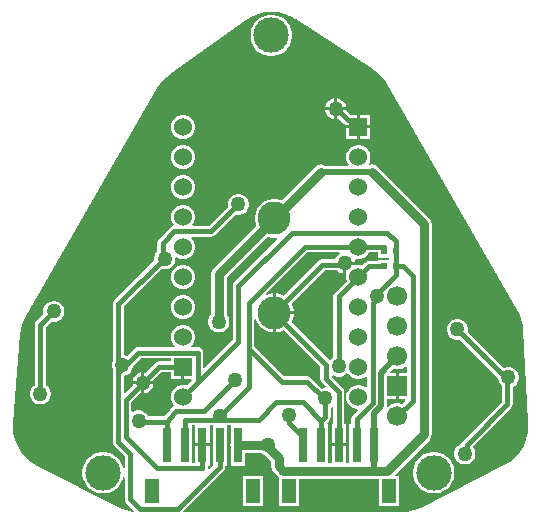
<source format=gtl>
G04*
G04 #@! TF.GenerationSoftware,Altium Limited,Altium Designer,21.6.4 (81)*
G04*
G04 Layer_Physical_Order=1*
G04 Layer_Color=255*
%FSLAX44Y44*%
%MOMM*%
G71*
G04*
G04 #@! TF.SameCoordinates,0AF61676-ECA7-40E5-9188-409EB156610F*
G04*
G04*
G04 #@! TF.FilePolarity,Positive*
G04*
G01*
G75*
%ADD11C,0.5080*%
%ADD14C,0.2540*%
%ADD15R,0.5000X0.6000*%
%ADD17R,0.7112X2.9972*%
%ADD24C,1.2700*%
%ADD25R,1.1938X2.0066*%
%ADD26C,0.7620*%
%ADD27C,0.4064*%
%ADD28C,1.5240*%
%ADD29R,1.5240X1.5240*%
%ADD30C,2.8000*%
%ADD31C,1.7000*%
%ADD32R,1.7000X1.7000*%
%ADD33C,3.0000*%
G36*
X808553Y1539691D02*
X814257Y1538322D01*
X819677Y1536077D01*
X823031Y1534021D01*
X823031Y1534021D01*
X823031Y1534021D01*
X823117Y1534040D01*
X888540Y1491493D01*
X888540Y1491492D01*
X888506Y1491440D01*
X890154Y1490430D01*
X894615Y1486620D01*
X898425Y1482160D01*
X900467Y1478827D01*
X900522Y1478858D01*
X1010901Y1287676D01*
X1010878Y1287590D01*
X1010878Y1287590D01*
X1011900Y1285921D01*
X1014145Y1280501D01*
X1015515Y1274797D01*
X1015820Y1270924D01*
X1015883Y1270927D01*
X1020024Y1192910D01*
X1020027Y1191638D01*
X1020027D01*
X1020182Y1189663D01*
X1019722Y1183815D01*
X1018353Y1178110D01*
X1016108Y1172691D01*
X1013043Y1167689D01*
X1009233Y1163228D01*
X1004772Y1159418D01*
X999876Y1156418D01*
X999730Y1156377D01*
X928963Y1120377D01*
X928856Y1120293D01*
X923583Y1118109D01*
X917879Y1116739D01*
X912173Y1116290D01*
X912031Y1116319D01*
X728467D01*
X727941Y1117589D01*
X762009Y1151656D01*
X763019Y1153169D01*
X763374Y1154953D01*
Y1155954D01*
X765316D01*
Y1190154D01*
X768124D01*
Y1175382D01*
X767746Y1173480D01*
X768124Y1171578D01*
Y1155954D01*
X780316D01*
Y1167006D01*
X794002D01*
X794641Y1166366D01*
X796669Y1165196D01*
X797348Y1165014D01*
X802268Y1160094D01*
Y1155440D01*
X802761Y1152962D01*
X804164Y1150862D01*
X808222Y1146804D01*
X808781Y1146430D01*
Y1121887D01*
X825799D01*
Y1144908D01*
X893781D01*
Y1121887D01*
X910799D01*
Y1147033D01*
X907405D01*
X906918Y1148206D01*
X936758Y1178046D01*
X938162Y1180146D01*
X938654Y1182624D01*
Y1360424D01*
X938162Y1362902D01*
X936758Y1365002D01*
X892562Y1409198D01*
X890462Y1410602D01*
X887984Y1411094D01*
X885634Y1410627D01*
X885265Y1410921D01*
X884738Y1411616D01*
X885768Y1413398D01*
X886460Y1415982D01*
Y1418658D01*
X885768Y1421242D01*
X884430Y1423558D01*
X882538Y1425450D01*
X880222Y1426788D01*
X877638Y1427480D01*
X874962D01*
X872378Y1426788D01*
X870062Y1425450D01*
X868170Y1423558D01*
X866832Y1421242D01*
X866140Y1418658D01*
Y1415982D01*
X866832Y1413398D01*
X868170Y1411082D01*
X868279Y1410973D01*
X867793Y1409799D01*
X848228D01*
X847028Y1410602D01*
X844550Y1411094D01*
X842072Y1410602D01*
X839972Y1409198D01*
X811365Y1380591D01*
X810005Y1381154D01*
X806809Y1381790D01*
X803551D01*
X800355Y1381154D01*
X797345Y1379908D01*
X794636Y1378097D01*
X792333Y1375794D01*
X790522Y1373085D01*
X789276Y1370075D01*
X788640Y1366879D01*
Y1363621D01*
X789276Y1360425D01*
X789839Y1359065D01*
X753612Y1322838D01*
X752208Y1320738D01*
X751716Y1318260D01*
Y1283718D01*
X751076Y1283079D01*
X749906Y1281051D01*
X749300Y1278790D01*
Y1276450D01*
X749906Y1274189D01*
X751076Y1272161D01*
X752731Y1270506D01*
X754759Y1269336D01*
X757020Y1268730D01*
X759360D01*
X761621Y1269336D01*
X763649Y1270506D01*
X765304Y1272161D01*
X766474Y1274189D01*
X767080Y1276450D01*
Y1278790D01*
X766474Y1281051D01*
X765304Y1283079D01*
X764664Y1283718D01*
Y1315578D01*
X798995Y1349909D01*
X800355Y1349346D01*
X803551Y1348710D01*
X806809D01*
X807046Y1348757D01*
X807645Y1347637D01*
X771150Y1311142D01*
X770139Y1309630D01*
X769784Y1307846D01*
Y1262697D01*
X745991Y1238903D01*
X744818Y1239389D01*
Y1251712D01*
X744463Y1253496D01*
X743452Y1255008D01*
X741940Y1256019D01*
X740156Y1256374D01*
X735418D01*
X734892Y1257644D01*
X735930Y1258682D01*
X737268Y1260998D01*
X737960Y1263582D01*
Y1266258D01*
X737268Y1268842D01*
X735930Y1271158D01*
X734038Y1273050D01*
X731721Y1274388D01*
X729137Y1275080D01*
X726462D01*
X723878Y1274388D01*
X721562Y1273050D01*
X719670Y1271158D01*
X718332Y1268842D01*
X717640Y1266258D01*
Y1263582D01*
X718332Y1260998D01*
X719670Y1258682D01*
X720708Y1257644D01*
X720182Y1256374D01*
X690118D01*
X688334Y1256019D01*
X686822Y1255008D01*
X680502Y1248688D01*
X679833Y1249074D01*
X677572Y1249680D01*
X677508D01*
Y1290505D01*
X709543Y1322541D01*
X711300Y1322070D01*
X713640D01*
X715901Y1322676D01*
X717929Y1323846D01*
X719584Y1325501D01*
X720754Y1327529D01*
X721360Y1329790D01*
Y1331640D01*
X722365Y1332354D01*
X722579Y1332402D01*
X723878Y1331652D01*
X726462Y1330960D01*
X729137D01*
X731721Y1331652D01*
X734038Y1332990D01*
X735930Y1334882D01*
X737268Y1337198D01*
X737960Y1339782D01*
Y1342458D01*
X737268Y1345042D01*
X735930Y1347358D01*
X734892Y1348396D01*
X735418Y1349666D01*
X751840D01*
X753624Y1350021D01*
X755136Y1351032D01*
X772641Y1368536D01*
X773530Y1368298D01*
X775870D01*
X778131Y1368904D01*
X780159Y1370074D01*
X781814Y1371729D01*
X782984Y1373757D01*
X783590Y1376018D01*
Y1378358D01*
X782984Y1380619D01*
X781814Y1382647D01*
X780159Y1384302D01*
X778131Y1385472D01*
X775870Y1386078D01*
X773530D01*
X771269Y1385472D01*
X769241Y1384302D01*
X767586Y1382647D01*
X766416Y1380619D01*
X765810Y1378358D01*
Y1376018D01*
X766048Y1375129D01*
X749909Y1358990D01*
X736297D01*
X735811Y1360163D01*
X735930Y1360282D01*
X737268Y1362598D01*
X737960Y1365182D01*
Y1367858D01*
X737268Y1370442D01*
X735930Y1372758D01*
X734038Y1374650D01*
X731721Y1375988D01*
X729137Y1376680D01*
X726462D01*
X723878Y1375988D01*
X721562Y1374650D01*
X719670Y1372758D01*
X718332Y1370442D01*
X717640Y1367858D01*
Y1365182D01*
X718332Y1362598D01*
X719670Y1360282D01*
X719821Y1360130D01*
X719404Y1358752D01*
X718814Y1358635D01*
X717302Y1357624D01*
X707523Y1347845D01*
X706512Y1346333D01*
X706157Y1344549D01*
Y1337220D01*
X705356Y1336419D01*
X704186Y1334391D01*
X703580Y1332130D01*
Y1329790D01*
X703586Y1329768D01*
X669550Y1295732D01*
X668539Y1294220D01*
X668185Y1292436D01*
X668225Y1292233D01*
X668184Y1292029D01*
Y1244346D01*
X668186Y1244339D01*
X668118Y1244221D01*
X667512Y1241960D01*
Y1239620D01*
X668118Y1237359D01*
X668184Y1237243D01*
Y1234440D01*
Y1176274D01*
X668539Y1174490D01*
X669550Y1172978D01*
X678344Y1164183D01*
Y1154194D01*
X677074Y1154069D01*
X676866Y1155117D01*
X675544Y1158308D01*
X673624Y1161181D01*
X671181Y1163624D01*
X668308Y1165544D01*
X665116Y1166866D01*
X661728Y1167540D01*
X658273D01*
X654884Y1166866D01*
X651692Y1165544D01*
X648819Y1163624D01*
X646376Y1161181D01*
X644456Y1158308D01*
X643134Y1155117D01*
X642460Y1151728D01*
Y1148273D01*
X643134Y1144884D01*
X644456Y1141692D01*
X646376Y1138819D01*
X648819Y1136376D01*
X651692Y1134456D01*
X654884Y1133134D01*
X658273Y1132460D01*
X661728D01*
X665116Y1133134D01*
X668308Y1134456D01*
X671181Y1136376D01*
X673624Y1138819D01*
X675544Y1141692D01*
X676866Y1144884D01*
X677074Y1145931D01*
X678344Y1145806D01*
Y1127760D01*
X678699Y1125976D01*
X679710Y1124464D01*
X686314Y1117859D01*
X685782Y1116706D01*
X685361Y1116739D01*
X679657Y1118109D01*
X674384Y1120293D01*
X674277Y1120378D01*
X604231Y1156010D01*
X604086Y1156050D01*
X599189Y1159051D01*
X594729Y1162861D01*
X590919Y1167322D01*
X587854Y1172324D01*
X585608Y1177744D01*
X584239Y1183448D01*
X583779Y1189296D01*
X584017Y1192318D01*
X583941Y1192325D01*
X583941Y1192325D01*
X590028Y1267133D01*
X590110Y1267203D01*
X590110D01*
X590332Y1270029D01*
X591702Y1275733D01*
X593947Y1281153D01*
X594969Y1282822D01*
X594969Y1282822D01*
X594946Y1282908D01*
X706093Y1475421D01*
X706093Y1475421D01*
X706148Y1475389D01*
X708191Y1478722D01*
X712001Y1483183D01*
X716461Y1486993D01*
X716551Y1487048D01*
X716694Y1487112D01*
X780963Y1533131D01*
X781013Y1533185D01*
X785732Y1536077D01*
X791152Y1538322D01*
X796856Y1539691D01*
X802704Y1540151D01*
X808553Y1539691D01*
D02*
G37*
G36*
X892850Y1331770D02*
X902379D01*
X902517Y1331231D01*
X901499Y1330150D01*
X892930D01*
Y1329272D01*
X885190D01*
X883406Y1328917D01*
X881894Y1327906D01*
X879396Y1325409D01*
X877638Y1325880D01*
X874962D01*
X874597Y1325782D01*
X874242Y1326115D01*
X865886D01*
Y1317779D01*
X866235Y1317410D01*
X866140Y1317058D01*
Y1314382D01*
X866611Y1312624D01*
X856494Y1302506D01*
X855483Y1300994D01*
X855128Y1299210D01*
Y1247856D01*
X854331Y1247396D01*
X852788Y1245853D01*
X852676Y1245741D01*
X851236Y1245786D01*
X819745Y1277277D01*
X819838Y1277415D01*
X821084Y1280426D01*
X821720Y1283621D01*
Y1283980D01*
X806450D01*
Y1268710D01*
X806809D01*
X810005Y1269346D01*
X813015Y1270593D01*
X813153Y1270685D01*
X844206Y1239631D01*
Y1229360D01*
X844561Y1227576D01*
X845572Y1226064D01*
X848626Y1223010D01*
X848100Y1221740D01*
X847190D01*
X845299Y1221233D01*
X836416Y1230116D01*
X834904Y1231127D01*
X833120Y1231482D01*
X813461D01*
X788252Y1256691D01*
X788252Y1279579D01*
X789522Y1279832D01*
X790522Y1277415D01*
X792333Y1274706D01*
X794636Y1272403D01*
X797345Y1270593D01*
X800355Y1269346D01*
X803551Y1268710D01*
X803910D01*
Y1285250D01*
Y1301790D01*
X803551D01*
X800355Y1301154D01*
X798403Y1300346D01*
X797683Y1301422D01*
X832719Y1336458D01*
X860012D01*
X860353Y1335188D01*
X859157Y1334498D01*
X857502Y1332843D01*
X856332Y1330816D01*
X856258Y1330542D01*
X845810D01*
X844026Y1330187D01*
X842514Y1329176D01*
X813153Y1299815D01*
X813015Y1299908D01*
X810005Y1301154D01*
X806809Y1301790D01*
X806450D01*
Y1286520D01*
X821720D01*
Y1286879D01*
X821084Y1290075D01*
X819838Y1293085D01*
X819745Y1293223D01*
X847741Y1321218D01*
X858210D01*
X859157Y1320271D01*
X861185Y1319100D01*
X863346Y1318521D01*
Y1327385D01*
X864616D01*
Y1328655D01*
X873479D01*
X873079Y1330150D01*
X874089Y1331194D01*
X874962Y1330960D01*
X877638D01*
X880222Y1331652D01*
X882538Y1332990D01*
X884430Y1334882D01*
X885340Y1336458D01*
X892850D01*
Y1331770D01*
D02*
G37*
G36*
X917866Y1239684D02*
Y1234050D01*
X910590D01*
Y1223010D01*
Y1211970D01*
X915428D01*
X915914Y1210797D01*
X913135Y1208017D01*
X910773Y1208650D01*
X907867D01*
X905059Y1207898D01*
X902541Y1206444D01*
X902020Y1205923D01*
X901686Y1205977D01*
X900783Y1206482D01*
Y1211970D01*
X908050D01*
Y1223010D01*
Y1234050D01*
X903944D01*
X903458Y1235223D01*
X906083Y1237848D01*
X907867Y1237370D01*
X910773D01*
X913581Y1238122D01*
X916099Y1239576D01*
X916693Y1240170D01*
X917866Y1239684D01*
D02*
G37*
G36*
X867800Y1233923D02*
X868170Y1233282D01*
X870062Y1231390D01*
X872378Y1230052D01*
X874962Y1229360D01*
X877638D01*
X880222Y1230052D01*
X882538Y1231390D01*
X882657Y1231509D01*
X883830Y1231023D01*
Y1222617D01*
X882657Y1222131D01*
X882538Y1222250D01*
X880222Y1223588D01*
X877638Y1224280D01*
X874962D01*
X872378Y1223588D01*
X870062Y1222250D01*
X868170Y1220358D01*
X866832Y1218042D01*
X866140Y1215458D01*
Y1212782D01*
X866832Y1210198D01*
X868170Y1207882D01*
X870062Y1205990D01*
X872378Y1204652D01*
X874962Y1203960D01*
X875130D01*
X875616Y1202787D01*
X871494Y1198664D01*
X870483Y1197152D01*
X870129Y1195368D01*
Y1191006D01*
X868694D01*
Y1157856D01*
X865886D01*
Y1172210D01*
X859790D01*
X853694D01*
Y1157856D01*
X850886D01*
Y1191006D01*
X850385D01*
X849859Y1192276D01*
X851656Y1194073D01*
X852667Y1195586D01*
X853022Y1197370D01*
Y1205147D01*
X854033Y1205809D01*
X855128Y1205308D01*
Y1191006D01*
X853694D01*
Y1174750D01*
X859790D01*
X865886D01*
Y1191006D01*
X864452D01*
Y1218438D01*
X864097Y1220222D01*
X863086Y1221734D01*
X853700Y1231120D01*
X853818Y1232250D01*
X854948Y1232812D01*
X856359Y1231998D01*
X858620Y1231392D01*
X860960D01*
X863221Y1231998D01*
X865249Y1233168D01*
X866212Y1234132D01*
X867800Y1233923D01*
D02*
G37*
G36*
X717640Y1244182D02*
X707430D01*
X705646Y1243827D01*
X704134Y1242816D01*
X695987Y1234670D01*
X695198Y1234881D01*
Y1227288D01*
X702791D01*
X702580Y1228077D01*
X709361Y1234858D01*
X717640D01*
Y1229360D01*
X726530D01*
Y1239520D01*
X729070D01*
Y1229360D01*
X734729D01*
X735178Y1228090D01*
X730896Y1223809D01*
X729137Y1224280D01*
X726462D01*
X723878Y1223588D01*
X721562Y1222250D01*
X719670Y1220358D01*
X718332Y1218042D01*
X717640Y1215458D01*
Y1212782D01*
X718332Y1210198D01*
X719670Y1207882D01*
X720072Y1207479D01*
X719645Y1206110D01*
X718319Y1205224D01*
X716845Y1203750D01*
X716721Y1203565D01*
X716548Y1203424D01*
X712026Y1197954D01*
X698239D01*
X697486Y1199259D01*
X695831Y1200914D01*
X693803Y1202084D01*
X691542Y1202690D01*
X689202D01*
X686941Y1202084D01*
X685382Y1201184D01*
X684112Y1201796D01*
Y1209609D01*
X691869Y1217366D01*
X692658Y1217155D01*
Y1224748D01*
X685065D01*
X685276Y1223959D01*
X678681Y1217363D01*
X677508Y1217849D01*
Y1231900D01*
X677572D01*
X679833Y1232506D01*
X681861Y1233676D01*
X683516Y1235331D01*
X684686Y1237359D01*
X685292Y1239620D01*
Y1240294D01*
X692049Y1247050D01*
X717640D01*
Y1244182D01*
D02*
G37*
G36*
X753124Y1155957D02*
X749950Y1152782D01*
X748779Y1153408D01*
X748882Y1153922D01*
Y1155954D01*
X750316D01*
Y1172210D01*
X744220D01*
X738124D01*
Y1158584D01*
X735316D01*
Y1190154D01*
X738124D01*
Y1174750D01*
X744220D01*
X750316D01*
Y1190154D01*
X753124D01*
Y1155957D01*
D02*
G37*
%LPC*%
G36*
X804368Y1537730D02*
X800912D01*
X797524Y1537056D01*
X794332Y1535734D01*
X791459Y1533814D01*
X789016Y1531371D01*
X787096Y1528498D01*
X785774Y1525306D01*
X785100Y1521918D01*
Y1518463D01*
X785774Y1515074D01*
X787096Y1511882D01*
X789016Y1509009D01*
X791459Y1506566D01*
X794332Y1504646D01*
X797524Y1503324D01*
X800912Y1502650D01*
X804368D01*
X807756Y1503324D01*
X810948Y1504646D01*
X813821Y1506566D01*
X816264Y1509009D01*
X818184Y1511882D01*
X819506Y1515074D01*
X820180Y1518463D01*
Y1521918D01*
X819506Y1525306D01*
X818184Y1528498D01*
X816264Y1531371D01*
X813821Y1533814D01*
X810948Y1535734D01*
X807756Y1537056D01*
X804368Y1537730D01*
D02*
G37*
G36*
X858520Y1466823D02*
Y1459230D01*
X866113D01*
X865534Y1461391D01*
X864364Y1463419D01*
X862709Y1465074D01*
X860681Y1466244D01*
X858520Y1466823D01*
D02*
G37*
G36*
X855980D02*
X853819Y1466244D01*
X851791Y1465074D01*
X850136Y1463419D01*
X848966Y1461391D01*
X848387Y1459230D01*
X855980D01*
Y1466823D01*
D02*
G37*
G36*
Y1456690D02*
X848387D01*
X848966Y1454529D01*
X850136Y1452501D01*
X851791Y1450846D01*
X853819Y1449676D01*
X855980Y1449097D01*
Y1456690D01*
D02*
G37*
G36*
X886460Y1452880D02*
X877570D01*
Y1443990D01*
X886460D01*
Y1452880D01*
D02*
G37*
G36*
X866113Y1456690D02*
X858520D01*
Y1449097D01*
X859960Y1449483D01*
X864431Y1445012D01*
X865944Y1444001D01*
X866000Y1443990D01*
X875030D01*
Y1452880D01*
X871162D01*
X870712Y1452970D01*
X869659D01*
X866076Y1456552D01*
X866113Y1456690D01*
D02*
G37*
G36*
X886460Y1441450D02*
X877570D01*
Y1432560D01*
X886460D01*
Y1441450D01*
D02*
G37*
G36*
X875030D02*
X866140D01*
Y1432560D01*
X875030D01*
Y1441450D01*
D02*
G37*
G36*
X729137Y1452880D02*
X726462D01*
X723878Y1452188D01*
X721562Y1450850D01*
X719670Y1448958D01*
X718332Y1446642D01*
X717640Y1444058D01*
Y1441382D01*
X718332Y1438798D01*
X719670Y1436482D01*
X721562Y1434590D01*
X723878Y1433252D01*
X726462Y1432560D01*
X729137D01*
X731721Y1433252D01*
X734038Y1434590D01*
X735930Y1436482D01*
X737268Y1438798D01*
X737960Y1441382D01*
Y1444058D01*
X737268Y1446642D01*
X735930Y1448958D01*
X734038Y1450850D01*
X731721Y1452188D01*
X729137Y1452880D01*
D02*
G37*
G36*
Y1427480D02*
X726462D01*
X723878Y1426788D01*
X721562Y1425450D01*
X719670Y1423558D01*
X718332Y1421242D01*
X717640Y1418658D01*
Y1415982D01*
X718332Y1413398D01*
X719670Y1411082D01*
X721562Y1409190D01*
X723878Y1407852D01*
X726462Y1407160D01*
X729137D01*
X731721Y1407852D01*
X734038Y1409190D01*
X735930Y1411082D01*
X737268Y1413398D01*
X737960Y1415982D01*
Y1418658D01*
X737268Y1421242D01*
X735930Y1423558D01*
X734038Y1425450D01*
X731721Y1426788D01*
X729137Y1427480D01*
D02*
G37*
G36*
Y1402080D02*
X726462D01*
X723878Y1401388D01*
X721562Y1400050D01*
X719670Y1398158D01*
X718332Y1395842D01*
X717640Y1393258D01*
Y1390582D01*
X718332Y1387998D01*
X719670Y1385682D01*
X721562Y1383790D01*
X723878Y1382452D01*
X726462Y1381760D01*
X729137D01*
X731721Y1382452D01*
X734038Y1383790D01*
X735930Y1385682D01*
X737268Y1387998D01*
X737960Y1390582D01*
Y1393258D01*
X737268Y1395842D01*
X735930Y1398158D01*
X734038Y1400050D01*
X731721Y1401388D01*
X729137Y1402080D01*
D02*
G37*
G36*
Y1325880D02*
X726462D01*
X723878Y1325188D01*
X721562Y1323850D01*
X719670Y1321958D01*
X718332Y1319642D01*
X717640Y1317058D01*
Y1314382D01*
X718332Y1311798D01*
X719670Y1309482D01*
X721562Y1307590D01*
X723878Y1306252D01*
X726462Y1305560D01*
X729137D01*
X731721Y1306252D01*
X734038Y1307590D01*
X735930Y1309482D01*
X737268Y1311798D01*
X737960Y1314382D01*
Y1317058D01*
X737268Y1319642D01*
X735930Y1321958D01*
X734038Y1323850D01*
X731721Y1325188D01*
X729137Y1325880D01*
D02*
G37*
G36*
Y1300480D02*
X726462D01*
X723878Y1299788D01*
X721562Y1298450D01*
X719670Y1296558D01*
X718332Y1294242D01*
X717640Y1291658D01*
Y1288982D01*
X718332Y1286398D01*
X719670Y1284082D01*
X721562Y1282190D01*
X723878Y1280852D01*
X726462Y1280160D01*
X729137D01*
X731721Y1280852D01*
X734038Y1282190D01*
X735930Y1284082D01*
X737268Y1286398D01*
X737960Y1288982D01*
Y1291658D01*
X737268Y1294242D01*
X735930Y1296558D01*
X734038Y1298450D01*
X731721Y1299788D01*
X729137Y1300480D01*
D02*
G37*
G36*
X619660Y1295400D02*
X617320D01*
X615059Y1294794D01*
X613031Y1293624D01*
X611376Y1291969D01*
X610206Y1289941D01*
X609600Y1287680D01*
Y1285340D01*
X609838Y1284451D01*
X603764Y1278376D01*
X602753Y1276864D01*
X602398Y1275080D01*
Y1224234D01*
X601601Y1223774D01*
X599946Y1222119D01*
X598776Y1220091D01*
X598170Y1217830D01*
Y1215490D01*
X598776Y1213229D01*
X599946Y1211201D01*
X601601Y1209546D01*
X603629Y1208376D01*
X605890Y1207770D01*
X608230D01*
X610491Y1208376D01*
X612519Y1209546D01*
X614174Y1211201D01*
X615344Y1213229D01*
X615950Y1215490D01*
Y1217830D01*
X615344Y1220091D01*
X614174Y1222119D01*
X612519Y1223774D01*
X611722Y1224234D01*
Y1273149D01*
X616431Y1277858D01*
X617320Y1277620D01*
X619660D01*
X621921Y1278226D01*
X623949Y1279396D01*
X625604Y1281051D01*
X626774Y1283079D01*
X627380Y1285340D01*
Y1287680D01*
X626774Y1289941D01*
X625604Y1291969D01*
X623949Y1293624D01*
X621921Y1294794D01*
X619660Y1295400D01*
D02*
G37*
G36*
X961290Y1280160D02*
X958950D01*
X956689Y1279554D01*
X954661Y1278384D01*
X953006Y1276729D01*
X951836Y1274701D01*
X951230Y1272440D01*
Y1270100D01*
X951836Y1267839D01*
X953006Y1265811D01*
X954661Y1264156D01*
X956689Y1262986D01*
X958950Y1262380D01*
X961290D01*
X962179Y1262618D01*
X993997Y1230800D01*
X994410Y1230525D01*
Y1229460D01*
X995016Y1227199D01*
X996186Y1225171D01*
X997470Y1223888D01*
Y1209893D01*
X964690Y1177113D01*
X963680Y1175601D01*
X963410Y1174243D01*
X963039Y1174144D01*
X961011Y1172974D01*
X959356Y1171319D01*
X958186Y1169291D01*
X957580Y1167030D01*
Y1164690D01*
X958186Y1162429D01*
X959356Y1160401D01*
X961011Y1158746D01*
X963039Y1157576D01*
X965300Y1156970D01*
X967640D01*
X969901Y1157576D01*
X971929Y1158746D01*
X973584Y1160401D01*
X974754Y1162429D01*
X975360Y1164690D01*
Y1167030D01*
X974754Y1169291D01*
X973584Y1171319D01*
X972832Y1172070D01*
X1005428Y1204666D01*
X1006438Y1206179D01*
X1006793Y1207962D01*
Y1222382D01*
X1008759Y1223516D01*
X1010414Y1225171D01*
X1011584Y1227199D01*
X1012190Y1229460D01*
Y1231800D01*
X1011584Y1234061D01*
X1010414Y1236089D01*
X1008759Y1237744D01*
X1006731Y1238914D01*
X1004470Y1239520D01*
X1002130D01*
X999869Y1238914D01*
X999361Y1238621D01*
X968772Y1269211D01*
X969010Y1270100D01*
Y1272440D01*
X968404Y1274701D01*
X967234Y1276729D01*
X965579Y1278384D01*
X963551Y1279554D01*
X961290Y1280160D01*
D02*
G37*
G36*
X941728Y1167540D02*
X938273D01*
X934884Y1166866D01*
X931692Y1165544D01*
X928819Y1163624D01*
X926376Y1161181D01*
X924456Y1158308D01*
X923134Y1155117D01*
X922460Y1151728D01*
Y1148273D01*
X923134Y1144884D01*
X924456Y1141692D01*
X926376Y1138819D01*
X928819Y1136376D01*
X931692Y1134456D01*
X934884Y1133134D01*
X938273Y1132460D01*
X941728D01*
X945116Y1133134D01*
X948308Y1134456D01*
X951181Y1136376D01*
X953624Y1138819D01*
X955544Y1141692D01*
X956866Y1144884D01*
X957540Y1148273D01*
Y1151728D01*
X956866Y1155117D01*
X955544Y1158308D01*
X953624Y1161181D01*
X951181Y1163624D01*
X948308Y1165544D01*
X945116Y1166866D01*
X941728Y1167540D01*
D02*
G37*
G36*
X795229Y1147033D02*
X778211D01*
Y1121887D01*
X795229D01*
Y1147033D01*
D02*
G37*
G36*
X692658Y1234881D02*
X690497Y1234302D01*
X688469Y1233132D01*
X686814Y1231477D01*
X685644Y1229449D01*
X685065Y1227288D01*
X692658D01*
Y1234881D01*
D02*
G37*
G36*
X702791Y1224748D02*
X695198D01*
Y1217155D01*
X697359Y1217734D01*
X699387Y1218904D01*
X701042Y1220559D01*
X702212Y1222587D01*
X702791Y1224748D01*
D02*
G37*
%LPD*%
D11*
X844550Y1404620D02*
X887984D01*
X889790Y1173480D02*
Y1200311D01*
Y1151382D02*
Y1173480D01*
X895604Y1234694D02*
X909320Y1248410D01*
X895604Y1206124D02*
Y1234186D01*
X889790Y1200311D02*
X895604Y1206124D01*
X800100Y1171418D02*
Y1173480D01*
D14*
X874350Y1440770D02*
X874985Y1440135D01*
X874350Y1440770D02*
X874985Y1440135D01*
X876300Y1438820D01*
X872400Y1442720D02*
X874350Y1440770D01*
D15*
X907890Y1337310D02*
D03*
X897890D02*
D03*
X897970Y1324610D02*
D03*
X907970D02*
D03*
D17*
X829790Y1173480D02*
D03*
X844790D02*
D03*
X859790D02*
D03*
X874790D02*
D03*
X889790D02*
D03*
X774220D02*
D03*
X759220D02*
D03*
X744220D02*
D03*
X729220D02*
D03*
X714220D02*
D03*
D24*
X758190Y1277620D02*
D03*
X864616Y1327385D02*
D03*
X848360Y1212850D02*
D03*
X966470Y1165860D02*
D03*
X960120Y1271270D02*
D03*
X1003300Y1230630D02*
D03*
X772160Y1228090D02*
D03*
X618490Y1286510D02*
D03*
X607060Y1216660D02*
D03*
X857250Y1457960D02*
D03*
X800100Y1173480D02*
D03*
X759220Y1198214D02*
D03*
X712470Y1330960D02*
D03*
X693928Y1226018D02*
D03*
X859790Y1240282D02*
D03*
X690372Y1193800D02*
D03*
X817880Y1198626D02*
D03*
X891794Y1299210D02*
D03*
X676402Y1240790D02*
D03*
X774700Y1377188D02*
D03*
D25*
X817290Y1134460D02*
D03*
X902290D02*
D03*
X786720D02*
D03*
X701720D02*
D03*
D26*
X758190Y1318260D02*
X844550Y1404620D01*
X758190Y1277620D02*
Y1318260D01*
X774220Y1173480D02*
X800100D01*
Y1171418D02*
X808742Y1162776D01*
Y1155440D02*
Y1162776D01*
Y1155440D02*
X812800Y1151382D01*
X932180Y1182624D02*
Y1360424D01*
X887984Y1404620D02*
X932180Y1360424D01*
X900938Y1151382D02*
X932180Y1182624D01*
X889790Y1151382D02*
X900938D01*
X812800D02*
X889790D01*
D27*
X845810Y1325880D02*
X863111D01*
X864616Y1327385D01*
X848868Y1229360D02*
X859790Y1218438D01*
Y1173480D02*
Y1218438D01*
X848868Y1229360D02*
Y1241562D01*
X847090Y1212850D02*
X848360D01*
X833120Y1226820D02*
X847090Y1212850D01*
X729220Y1194816D02*
X792184D01*
X848360Y1197370D02*
Y1212850D01*
X720598Y1354328D02*
X751840D01*
X710819Y1332611D02*
Y1344549D01*
X720598Y1354328D01*
X710819Y1332611D02*
X712470Y1330960D01*
X672846Y1244346D02*
Y1292029D01*
Y1292436D02*
X711370Y1330960D01*
X712470D01*
X672846Y1244346D02*
X676402Y1240790D01*
X672846D02*
Y1243940D01*
X966470Y1165860D02*
X967986Y1167376D01*
Y1173817D02*
X1002132Y1207962D01*
Y1229462D01*
X967986Y1167376D02*
Y1173817D01*
X1000963Y1230630D02*
X1003300D01*
X811530Y1226820D02*
X833120D01*
X783590Y1254760D02*
X811530Y1226820D01*
X997293Y1234097D02*
X997496D01*
X960120Y1271270D02*
X997293Y1234097D01*
X997496D02*
X1000963Y1230630D01*
X867728Y1448308D02*
X870712D01*
X857250Y1457960D02*
X858076D01*
X872400Y1442720D02*
Y1446620D01*
X870712Y1448308D02*
X872400Y1446620D01*
X858076Y1457960D02*
X867728Y1448308D01*
X783590Y1254760D02*
X783590Y1293922D01*
X830788Y1341120D01*
X876300D01*
X819912Y1353312D02*
X900778D01*
X774446Y1307846D02*
X819912Y1353312D01*
X774446Y1260766D02*
Y1307846D01*
X805180Y1285250D02*
X848868Y1241562D01*
X805180Y1285250D02*
X845810Y1325880D01*
X876300Y1341120D02*
X897890D01*
X783590Y1222584D02*
Y1254760D01*
X759220Y1198214D02*
X783590Y1222584D01*
X745998Y1201928D02*
X772160Y1228090D01*
X740156Y1226476D02*
X774446Y1260766D01*
X607060Y1216660D02*
Y1275080D01*
X618490Y1286510D01*
X900778Y1353312D02*
X907890Y1346200D01*
X723392Y1119632D02*
X758713Y1154953D01*
Y1172972D02*
X759220Y1173480D01*
X758713Y1154953D02*
Y1172972D01*
X691134Y1119632D02*
X723392D01*
X683006Y1127760D02*
Y1166114D01*
Y1127760D02*
X691134Y1119632D01*
X672846Y1234440D02*
Y1240790D01*
X677799Y1239393D02*
X690118Y1251712D01*
X672846Y1234440D02*
X677799Y1239393D01*
X744220Y1153922D02*
Y1173480D01*
X705866Y1153922D02*
X744220D01*
X890992Y1300012D02*
X907970Y1316990D01*
X891794Y1296873D02*
Y1299210D01*
X888492Y1293571D02*
X891794Y1296873D01*
X874790Y1195368D02*
X888492Y1209070D01*
X895604Y1234186D02*
Y1234694D01*
X874790Y1173480D02*
Y1195368D01*
X888492Y1209070D02*
Y1293571D01*
X872400Y1442720D02*
X874350D01*
X876300D01*
X872400D02*
X874350Y1440770D01*
X876300Y1438820D01*
X721615Y1201928D02*
X745998D01*
X720141Y1200453D02*
X721615Y1201928D01*
X714220Y1193292D02*
X720141Y1200453D01*
X844790Y1193800D02*
X848360Y1197370D01*
X844790Y1173480D02*
Y1193800D01*
X727800Y1214120D02*
X740156Y1226476D01*
X672846Y1176274D02*
Y1234440D01*
X679450Y1211540D02*
X693928Y1226018D01*
X679450Y1180338D02*
Y1211540D01*
Y1180338D02*
X705866Y1153922D01*
X859790Y1299210D02*
X876300Y1315720D01*
X859790Y1240282D02*
Y1299210D01*
X690880Y1193292D02*
X714220D01*
X690372Y1193800D02*
X690880Y1193292D01*
X714220Y1173480D02*
Y1193292D01*
X817880Y1191740D02*
Y1198626D01*
Y1191740D02*
X829790Y1179830D01*
Y1173480D02*
Y1179830D01*
X751840Y1354328D02*
X774700Y1377188D01*
X672846Y1176274D02*
X683006Y1166114D01*
X907890Y1337310D02*
Y1346200D01*
X707430Y1239520D02*
X727800D01*
X693928Y1226018D02*
X707430Y1239520D01*
X690118Y1251712D02*
X740156D01*
Y1226476D02*
Y1251712D01*
X876300Y1315720D02*
X885190Y1324610D01*
X897970D01*
X897890Y1337310D02*
Y1341120D01*
X907970Y1316990D02*
Y1324610D01*
X729220Y1173480D02*
Y1194816D01*
X792184D02*
X806916Y1209548D01*
X829042D01*
X844790Y1193800D01*
X907970Y1324610D02*
X914400D01*
X922528Y1316482D01*
Y1210818D02*
Y1316482D01*
X909320Y1197610D02*
X922528Y1210818D01*
X907890Y1330786D02*
Y1337310D01*
Y1330786D02*
X907970Y1330706D01*
Y1324610D02*
Y1330706D01*
D28*
X727800Y1341120D02*
D03*
Y1366520D02*
D03*
Y1391920D02*
D03*
Y1417320D02*
D03*
Y1442720D02*
D03*
X876300Y1214120D02*
D03*
Y1239520D02*
D03*
Y1264920D02*
D03*
Y1290320D02*
D03*
Y1315720D02*
D03*
Y1341120D02*
D03*
Y1366520D02*
D03*
Y1391920D02*
D03*
Y1417320D02*
D03*
X727800Y1315720D02*
D03*
Y1290320D02*
D03*
Y1264920D02*
D03*
Y1214120D02*
D03*
D29*
X876300Y1442720D02*
D03*
X727800Y1239520D02*
D03*
D30*
X805180Y1365250D02*
D03*
Y1285250D02*
D03*
D31*
X909320Y1299210D02*
D03*
Y1273810D02*
D03*
Y1248410D02*
D03*
Y1197610D02*
D03*
D32*
Y1223010D02*
D03*
D33*
X940000Y1150000D02*
D03*
X802640Y1520190D02*
D03*
X660000Y1150000D02*
D03*
M02*

</source>
